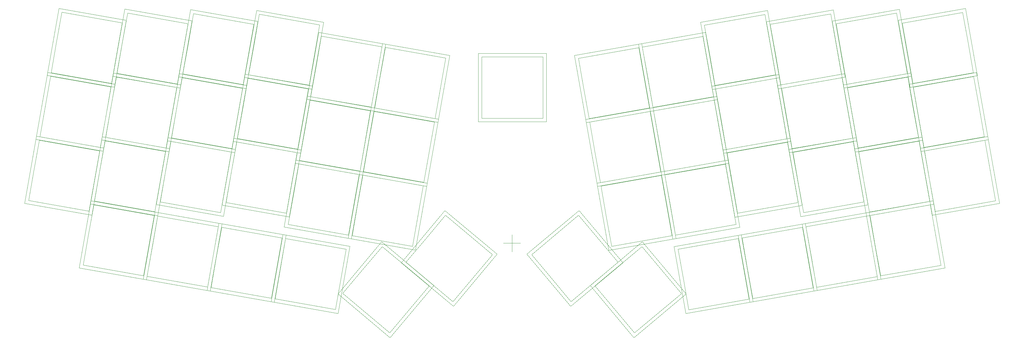
<source format=gbr>
G04 #@! TF.GenerationSoftware,KiCad,Pcbnew,(6.0.0-rc1-dev-1469-g932b9a334)*
G04 #@! TF.CreationDate,2019-09-07T17:34:57-07:00
G04 #@! TF.ProjectId,Laptreus-v2,4c617074-7265-4757-932d-76322e6b6963,rev?*
G04 #@! TF.SameCoordinates,Original*
G04 #@! TF.FileFunction,Other,ECO1*
%FSLAX46Y46*%
G04 Gerber Fmt 4.6, Leading zero omitted, Abs format (unit mm)*
G04 Created by KiCad (PCBNEW (6.0.0-rc1-dev-1469-g932b9a334)) date Saturday, September 07, 2019 at 05:34:57 PM*
%MOMM*%
%LPD*%
G04 APERTURE LIST*
%ADD10C,0.010000*%
%ADD11C,0.100000*%
G04 APERTURE END LIST*
D10*
X232999645Y-141995053D02*
X232999645Y-136995053D01*
X230499645Y-139495053D02*
X235499645Y-139495052D01*
D11*
G04 #@! TO.C,SW2*
X329614089Y-83927793D02*
X328051256Y-75064523D01*
X328051256Y-75064523D02*
X345777795Y-71938856D01*
X345777795Y-71938856D02*
X348903462Y-89665395D01*
X348903462Y-89665395D02*
X331176923Y-92791062D01*
X331176923Y-92791062D02*
X329614089Y-83927793D01*
X330365763Y-93949518D02*
X326892800Y-74253363D01*
X326892800Y-74253363D02*
X346588955Y-70780400D01*
X346588955Y-70780400D02*
X350061918Y-90476555D01*
X350061918Y-90476555D02*
X330365763Y-93949518D01*
G04 #@! TO.C,SW8*
X175492116Y-87556779D02*
X177054950Y-78693510D01*
X177054950Y-78693510D02*
X194781489Y-81819177D01*
X194781489Y-81819177D02*
X191655822Y-99545716D01*
X191655822Y-99545716D02*
X173929283Y-96420049D01*
X173929283Y-96420049D02*
X175492116Y-87556779D01*
X172770827Y-97231209D02*
X176243790Y-77535054D01*
X176243790Y-77535054D02*
X195939945Y-81008017D01*
X195939945Y-81008017D02*
X192466982Y-100704172D01*
X192466982Y-100704172D02*
X172770827Y-97231209D01*
G04 #@! TO.C,SW3*
X310302168Y-84109028D02*
X308739335Y-75245758D01*
X308739335Y-75245758D02*
X326465874Y-72120091D01*
X326465874Y-72120091D02*
X329591541Y-89846630D01*
X329591541Y-89846630D02*
X311865002Y-92972297D01*
X311865002Y-92972297D02*
X310302168Y-84109028D01*
X311053842Y-94130753D02*
X307580879Y-74434598D01*
X307580879Y-74434598D02*
X327277034Y-70961635D01*
X327277034Y-70961635D02*
X330749997Y-90657790D01*
X330749997Y-90657790D02*
X311053842Y-94130753D01*
G04 #@! TO.C,SW20*
X172184120Y-106317365D02*
X173746954Y-97454096D01*
X173746954Y-97454096D02*
X191473493Y-100579763D01*
X191473493Y-100579763D02*
X188347826Y-118306302D01*
X188347826Y-118306302D02*
X170621287Y-115180635D01*
X170621287Y-115180635D02*
X172184120Y-106317365D01*
X169462831Y-115991795D02*
X172935794Y-96295640D01*
X172935794Y-96295640D02*
X192631949Y-99768603D01*
X192631949Y-99768603D02*
X189158986Y-119464758D01*
X189158986Y-119464758D02*
X169462831Y-115991795D01*
G04 #@! TO.C,SW31*
X187636709Y-128385952D02*
X189199543Y-119522683D01*
X189199543Y-119522683D02*
X206926082Y-122648350D01*
X206926082Y-122648350D02*
X203800415Y-140374889D01*
X203800415Y-140374889D02*
X186073876Y-137249222D01*
X186073876Y-137249222D02*
X187636709Y-128385952D01*
X184915420Y-138060382D02*
X188388383Y-118364227D01*
X188388383Y-118364227D02*
X208084538Y-121837190D01*
X208084538Y-121837190D02*
X204611575Y-141533345D01*
X204611575Y-141533345D02*
X184915420Y-138060382D01*
G04 #@! TO.C,SW32*
X168876123Y-125077956D02*
X170438957Y-116214687D01*
X170438957Y-116214687D02*
X188165496Y-119340354D01*
X188165496Y-119340354D02*
X185039829Y-137066893D01*
X185039829Y-137066893D02*
X167313290Y-133941226D01*
X167313290Y-133941226D02*
X168876123Y-125077956D01*
X166154834Y-134752386D02*
X169627797Y-115056231D01*
X169627797Y-115056231D02*
X189323952Y-118529194D01*
X189323952Y-118529194D02*
X185850989Y-138225349D01*
X185850989Y-138225349D02*
X166154834Y-134752386D01*
G04 #@! TO.C,SW34*
X131354946Y-118461960D02*
X132917780Y-109598691D01*
X132917780Y-109598691D02*
X150644319Y-112724358D01*
X150644319Y-112724358D02*
X147518652Y-130450897D01*
X147518652Y-130450897D02*
X129792113Y-127325230D01*
X129792113Y-127325230D02*
X131354946Y-118461960D01*
X128633657Y-128136390D02*
X132106620Y-108440235D01*
X132106620Y-108440235D02*
X151802775Y-111913198D01*
X151802775Y-111913198D02*
X148329812Y-131609353D01*
X148329812Y-131609353D02*
X128633657Y-128136390D01*
G04 #@! TO.C,SW42*
X244509231Y-149743745D02*
X238724143Y-142849345D01*
X238724143Y-142849345D02*
X252512943Y-131279169D01*
X252512943Y-131279169D02*
X264083119Y-145067969D01*
X264083119Y-145067969D02*
X250294319Y-156638145D01*
X250294319Y-156638145D02*
X244509231Y-149743745D01*
X250171063Y-158046978D02*
X237315310Y-142726089D01*
X237315310Y-142726089D02*
X252636199Y-129870336D01*
X252636199Y-129870336D02*
X265491952Y-145191225D01*
X265491952Y-145191225D02*
X250171063Y-158046978D01*
G04 #@! TO.C,SW47*
X127495615Y-140349312D02*
X129058449Y-131486043D01*
X129058449Y-131486043D02*
X146784988Y-134611710D01*
X146784988Y-134611710D02*
X143659321Y-152338249D01*
X143659321Y-152338249D02*
X125932782Y-149212582D01*
X125932782Y-149212582D02*
X127495615Y-140349312D01*
X124774326Y-150023742D02*
X128247289Y-130327587D01*
X128247289Y-130327587D02*
X147943444Y-133800550D01*
X147943444Y-133800550D02*
X144470481Y-153496705D01*
X144470481Y-153496705D02*
X124774326Y-150023742D01*
G04 #@! TO.C,SW6*
X254020404Y-94033020D02*
X252457571Y-85169750D01*
X252457571Y-85169750D02*
X270184110Y-82044083D01*
X270184110Y-82044083D02*
X273309777Y-99770622D01*
X273309777Y-99770622D02*
X255583238Y-102896289D01*
X255583238Y-102896289D02*
X254020404Y-94033020D01*
X254772078Y-104054745D02*
X251299115Y-84358590D01*
X251299115Y-84358590D02*
X270995270Y-80885627D01*
X270995270Y-80885627D02*
X274468233Y-100581782D01*
X274468233Y-100581782D02*
X254772078Y-104054745D01*
G04 #@! TO.C,SW9*
X157282861Y-81122017D02*
X158845695Y-72258748D01*
X158845695Y-72258748D02*
X176572234Y-75384415D01*
X176572234Y-75384415D02*
X173446567Y-93110954D01*
X173446567Y-93110954D02*
X155720028Y-89985287D01*
X155720028Y-89985287D02*
X157282861Y-81122017D01*
X154561572Y-90796447D02*
X158034535Y-71100292D01*
X158034535Y-71100292D02*
X177730690Y-74573255D01*
X177730690Y-74573255D02*
X174257727Y-94269410D01*
X174257727Y-94269410D02*
X154561572Y-90796447D01*
G04 #@! TO.C,SW7*
X194252705Y-90864777D02*
X195815539Y-82001508D01*
X195815539Y-82001508D02*
X213542078Y-85127175D01*
X213542078Y-85127175D02*
X210416411Y-102853714D01*
X210416411Y-102853714D02*
X192689872Y-99728047D01*
X192689872Y-99728047D02*
X194252705Y-90864777D01*
X191531416Y-100539207D02*
X195004379Y-80843052D01*
X195004379Y-80843052D02*
X214700534Y-84316015D01*
X214700534Y-84316015D02*
X211227571Y-104012170D01*
X211227571Y-104012170D02*
X191531416Y-100539207D01*
G04 #@! TO.C,SW19*
X190944707Y-109625365D02*
X192507541Y-100762096D01*
X192507541Y-100762096D02*
X210234080Y-103887763D01*
X210234080Y-103887763D02*
X207108413Y-121614302D01*
X207108413Y-121614302D02*
X189381874Y-118488635D01*
X189381874Y-118488635D02*
X190944707Y-109625365D01*
X188223418Y-119299795D02*
X191696381Y-99603640D01*
X191696381Y-99603640D02*
X211392536Y-103076603D01*
X211392536Y-103076603D02*
X207919573Y-122772758D01*
X207919573Y-122772758D02*
X188223418Y-119299795D01*
G04 #@! TO.C,SW12*
X99336375Y-80532220D02*
X100899209Y-71668951D01*
X100899209Y-71668951D02*
X118625748Y-74794618D01*
X118625748Y-74794618D02*
X115500081Y-92521157D01*
X115500081Y-92521157D02*
X97773542Y-89395490D01*
X97773542Y-89395490D02*
X99336375Y-80532220D01*
X96615086Y-90206650D02*
X100088049Y-70510495D01*
X100088049Y-70510495D02*
X119784204Y-73983458D01*
X119784204Y-73983458D02*
X116311241Y-93679613D01*
X116311241Y-93679613D02*
X96615086Y-90206650D01*
G04 #@! TO.C,SW5*
X272780993Y-90725021D02*
X271218160Y-81861751D01*
X271218160Y-81861751D02*
X288944699Y-78736084D01*
X288944699Y-78736084D02*
X292070366Y-96462623D01*
X292070366Y-96462623D02*
X274343827Y-99588290D01*
X274343827Y-99588290D02*
X272780993Y-90725021D01*
X273532667Y-100746746D02*
X270059704Y-81050591D01*
X270059704Y-81050591D02*
X289755859Y-77577628D01*
X289755859Y-77577628D02*
X293228822Y-97273783D01*
X293228822Y-97273783D02*
X273532667Y-100746746D01*
G04 #@! TO.C,SW10*
X137970942Y-80940783D02*
X139533776Y-72077514D01*
X139533776Y-72077514D02*
X157260315Y-75203181D01*
X157260315Y-75203181D02*
X154134648Y-92929720D01*
X154134648Y-92929720D02*
X136408109Y-89804053D01*
X136408109Y-89804053D02*
X137970942Y-80940783D01*
X135249653Y-90615213D02*
X138722616Y-70919058D01*
X138722616Y-70919058D02*
X158418771Y-74392021D01*
X158418771Y-74392021D02*
X154945808Y-94088176D01*
X154945808Y-94088176D02*
X135249653Y-90615213D01*
G04 #@! TO.C,SW13*
X369960547Y-99381480D02*
X371523380Y-108244750D01*
X371523380Y-108244750D02*
X353796841Y-111370417D01*
X353796841Y-111370417D02*
X350671174Y-93643878D01*
X350671174Y-93643878D02*
X368397713Y-90518211D01*
X368397713Y-90518211D02*
X369960547Y-99381480D01*
X369208873Y-89359755D02*
X372681836Y-109055910D01*
X372681836Y-109055910D02*
X352985681Y-112528873D01*
X352985681Y-112528873D02*
X349512718Y-92832718D01*
X349512718Y-92832718D02*
X369208873Y-89359755D01*
G04 #@! TO.C,SW16*
X294298245Y-103050847D02*
X292735412Y-94187577D01*
X292735412Y-94187577D02*
X310461951Y-91061910D01*
X310461951Y-91061910D02*
X313587618Y-108788449D01*
X313587618Y-108788449D02*
X295861079Y-111914116D01*
X295861079Y-111914116D02*
X294298245Y-103050847D01*
X295049919Y-113072572D02*
X291576956Y-93376417D01*
X291576956Y-93376417D02*
X311273111Y-89903454D01*
X311273111Y-89903454D02*
X314746074Y-109599609D01*
X314746074Y-109599609D02*
X295049919Y-113072572D01*
G04 #@! TO.C,SW17*
X276088989Y-109485609D02*
X274526156Y-100622339D01*
X274526156Y-100622339D02*
X292252695Y-97496672D01*
X292252695Y-97496672D02*
X295378362Y-115223211D01*
X295378362Y-115223211D02*
X277651823Y-118348878D01*
X277651823Y-118348878D02*
X276088989Y-109485609D01*
X276840663Y-119507334D02*
X273367700Y-99811179D01*
X273367700Y-99811179D02*
X293063855Y-96338216D01*
X293063855Y-96338216D02*
X296536818Y-116034371D01*
X296536818Y-116034371D02*
X276840663Y-119507334D01*
G04 #@! TO.C,SW21*
X153974864Y-99882604D02*
X155537698Y-91019335D01*
X155537698Y-91019335D02*
X173264237Y-94145002D01*
X173264237Y-94145002D02*
X170138570Y-111871541D01*
X170138570Y-111871541D02*
X152412031Y-108745874D01*
X152412031Y-108745874D02*
X153974864Y-99882604D01*
X151253575Y-109557034D02*
X154726538Y-89860879D01*
X154726538Y-89860879D02*
X174422693Y-93333842D01*
X174422693Y-93333842D02*
X170949730Y-113029997D01*
X170949730Y-113029997D02*
X151253575Y-109557034D01*
G04 #@! TO.C,SW18*
X257328402Y-112793609D02*
X255765569Y-103930339D01*
X255765569Y-103930339D02*
X273492108Y-100804672D01*
X273492108Y-100804672D02*
X276617775Y-118531211D01*
X276617775Y-118531211D02*
X258891236Y-121656878D01*
X258891236Y-121656878D02*
X257328402Y-112793609D01*
X258080076Y-122815334D02*
X254607113Y-103119179D01*
X254607113Y-103119179D02*
X274303268Y-99646216D01*
X274303268Y-99646216D02*
X277776231Y-119342371D01*
X277776231Y-119342371D02*
X258080076Y-122815334D01*
G04 #@! TO.C,SW22*
X134662946Y-99701369D02*
X136225780Y-90838100D01*
X136225780Y-90838100D02*
X153952319Y-93963767D01*
X153952319Y-93963767D02*
X150826652Y-111690306D01*
X150826652Y-111690306D02*
X133100113Y-108564639D01*
X133100113Y-108564639D02*
X134662946Y-99701369D01*
X131941657Y-109375799D02*
X135414620Y-89679644D01*
X135414620Y-89679644D02*
X155110775Y-93152607D01*
X155110775Y-93152607D02*
X151637812Y-112848762D01*
X151637812Y-112848762D02*
X131941657Y-109375799D01*
G04 #@! TO.C,SW29*
X279396989Y-128246197D02*
X277834156Y-119382927D01*
X277834156Y-119382927D02*
X295560695Y-116257260D01*
X295560695Y-116257260D02*
X298686362Y-133983799D01*
X298686362Y-133983799D02*
X280959823Y-137109466D01*
X280959823Y-137109466D02*
X279396989Y-128246197D01*
X280148663Y-138267922D02*
X276675700Y-118571767D01*
X276675700Y-118571767D02*
X296371855Y-115098804D01*
X296371855Y-115098804D02*
X299844818Y-134794959D01*
X299844818Y-134794959D02*
X280148663Y-138267922D01*
G04 #@! TO.C,SW33*
X150666865Y-118643193D02*
X152229699Y-109779924D01*
X152229699Y-109779924D02*
X169956238Y-112905591D01*
X169956238Y-112905591D02*
X166830571Y-130632130D01*
X166830571Y-130632130D02*
X149104032Y-127506463D01*
X149104032Y-127506463D02*
X150666865Y-118643193D01*
X147945576Y-128317623D02*
X151418539Y-108621468D01*
X151418539Y-108621468D02*
X171114694Y-112094431D01*
X171114694Y-112094431D02*
X167641731Y-131790586D01*
X167641731Y-131790586D02*
X147945576Y-128317623D01*
G04 #@! TO.C,SW37*
X339538081Y-140209557D02*
X337975248Y-131346287D01*
X337975248Y-131346287D02*
X355701787Y-128220620D01*
X355701787Y-128220620D02*
X358827454Y-145947159D01*
X358827454Y-145947159D02*
X341100915Y-149072826D01*
X341100915Y-149072826D02*
X339538081Y-140209557D01*
X340289755Y-150231282D02*
X336816792Y-130535127D01*
X336816792Y-130535127D02*
X356512947Y-127062164D01*
X356512947Y-127062164D02*
X359985910Y-146758319D01*
X359985910Y-146758319D02*
X340289755Y-150231282D01*
G04 #@! TO.C,SW39*
X302016908Y-146825551D02*
X300454075Y-137962281D01*
X300454075Y-137962281D02*
X318180614Y-134836614D01*
X318180614Y-134836614D02*
X321306281Y-152563153D01*
X321306281Y-152563153D02*
X303579742Y-155688820D01*
X303579742Y-155688820D02*
X302016908Y-146825551D01*
X302768582Y-156847276D02*
X299295619Y-137151121D01*
X299295619Y-137151121D02*
X318991774Y-133678158D01*
X318991774Y-133678158D02*
X322464737Y-153374313D01*
X322464737Y-153374313D02*
X302768582Y-156847276D01*
G04 #@! TO.C,SW46*
X146256204Y-143657309D02*
X147819038Y-134794040D01*
X147819038Y-134794040D02*
X165545577Y-137919707D01*
X165545577Y-137919707D02*
X162419910Y-155646246D01*
X162419910Y-155646246D02*
X144693371Y-152520579D01*
X144693371Y-152520579D02*
X146256204Y-143657309D01*
X143534915Y-153331739D02*
X147007878Y-133635584D01*
X147007878Y-133635584D02*
X166704033Y-137108547D01*
X166704033Y-137108547D02*
X163231070Y-156804702D01*
X163231070Y-156804702D02*
X143534915Y-153331739D01*
G04 #@! TO.C,SW41*
X263105467Y-158918951D02*
X257320379Y-152024551D01*
X257320379Y-152024551D02*
X271109179Y-140454375D01*
X271109179Y-140454375D02*
X282679355Y-154243175D01*
X282679355Y-154243175D02*
X268890555Y-165813351D01*
X268890555Y-165813351D02*
X263105467Y-158918951D01*
X268767299Y-167222184D02*
X255911546Y-151901295D01*
X255911546Y-151901295D02*
X271232435Y-139045542D01*
X271232435Y-139045542D02*
X284088188Y-154366431D01*
X284088188Y-154366431D02*
X268767299Y-167222184D01*
G04 #@! TO.C,SW26*
X336230084Y-121448969D02*
X334667251Y-112585699D01*
X334667251Y-112585699D02*
X352393790Y-109460032D01*
X352393790Y-109460032D02*
X355519457Y-127186571D01*
X355519457Y-127186571D02*
X337792918Y-130312238D01*
X337792918Y-130312238D02*
X336230084Y-121448969D01*
X336981758Y-131470694D02*
X333508795Y-111774539D01*
X333508795Y-111774539D02*
X353204950Y-108301576D01*
X353204950Y-108301576D02*
X356677913Y-127997731D01*
X356677913Y-127997731D02*
X336981758Y-131470694D01*
G04 #@! TO.C,SW27*
X316918164Y-121630201D02*
X315355331Y-112766931D01*
X315355331Y-112766931D02*
X333081870Y-109641264D01*
X333081870Y-109641264D02*
X336207537Y-127367803D01*
X336207537Y-127367803D02*
X318480998Y-130493470D01*
X318480998Y-130493470D02*
X316918164Y-121630201D01*
X317669838Y-131651926D02*
X314196875Y-111955771D01*
X314196875Y-111955771D02*
X333893030Y-108482808D01*
X333893030Y-108482808D02*
X337365993Y-128178963D01*
X337365993Y-128178963D02*
X317669838Y-131651926D01*
G04 #@! TO.C,SW28*
X297606244Y-121811434D02*
X296043411Y-112948164D01*
X296043411Y-112948164D02*
X313769950Y-109822497D01*
X313769950Y-109822497D02*
X316895617Y-127549036D01*
X316895617Y-127549036D02*
X299169078Y-130674703D01*
X299169078Y-130674703D02*
X297606244Y-121811434D01*
X298357918Y-131833159D02*
X294884955Y-112137004D01*
X294884955Y-112137004D02*
X314581110Y-108664041D01*
X314581110Y-108664041D02*
X318054073Y-128360196D01*
X318054073Y-128360196D02*
X298357918Y-131833159D01*
G04 #@! TO.C,SW30*
X260636399Y-131554194D02*
X259073566Y-122690924D01*
X259073566Y-122690924D02*
X276800105Y-119565257D01*
X276800105Y-119565257D02*
X279925772Y-137291796D01*
X279925772Y-137291796D02*
X262199233Y-140417463D01*
X262199233Y-140417463D02*
X260636399Y-131554194D01*
X261388073Y-141575919D02*
X257915110Y-121879764D01*
X257915110Y-121879764D02*
X277611265Y-118406801D01*
X277611265Y-118406801D02*
X281084228Y-138102956D01*
X281084228Y-138102956D02*
X261388073Y-141575919D01*
G04 #@! TO.C,SW38*
X320777495Y-143517554D02*
X319214662Y-134654284D01*
X319214662Y-134654284D02*
X336941201Y-131528617D01*
X336941201Y-131528617D02*
X340066868Y-149255156D01*
X340066868Y-149255156D02*
X322340329Y-152380823D01*
X322340329Y-152380823D02*
X320777495Y-143517554D01*
X321529169Y-153539279D02*
X318056206Y-133843124D01*
X318056206Y-133843124D02*
X337752361Y-130370161D01*
X337752361Y-130370161D02*
X341225324Y-150066316D01*
X341225324Y-150066316D02*
X321529169Y-153539279D01*
G04 #@! TO.C,SW45*
X165016789Y-146965308D02*
X166579623Y-138102039D01*
X166579623Y-138102039D02*
X184306162Y-141227706D01*
X184306162Y-141227706D02*
X181180495Y-158954245D01*
X181180495Y-158954245D02*
X163453956Y-155828578D01*
X163453956Y-155828578D02*
X165016789Y-146965308D01*
X162295500Y-156639738D02*
X165768463Y-136943583D01*
X165768463Y-136943583D02*
X185464618Y-140416546D01*
X185464618Y-140416546D02*
X181991655Y-160112701D01*
X181991655Y-160112701D02*
X162295500Y-156639738D01*
G04 #@! TO.C,SW43*
X207649360Y-138172910D02*
X213434448Y-131278510D01*
X213434448Y-131278510D02*
X227223248Y-142848686D01*
X227223248Y-142848686D02*
X215653072Y-156637486D01*
X215653072Y-156637486D02*
X201864272Y-145067310D01*
X201864272Y-145067310D02*
X207649360Y-138172910D01*
X200455439Y-145190566D02*
X213311192Y-129869677D01*
X213311192Y-129869677D02*
X228632081Y-142725430D01*
X228632081Y-142725430D02*
X215776328Y-158046319D01*
X215776328Y-158046319D02*
X200455439Y-145190566D01*
G04 #@! TO.C,SW35*
X112043027Y-118280727D02*
X113605861Y-109417458D01*
X113605861Y-109417458D02*
X131332400Y-112543125D01*
X131332400Y-112543125D02*
X128206733Y-130269664D01*
X128206733Y-130269664D02*
X110480194Y-127143997D01*
X110480194Y-127143997D02*
X112043027Y-118280727D01*
X109321738Y-127955157D02*
X112794701Y-108259002D01*
X112794701Y-108259002D02*
X132490856Y-111731965D01*
X132490856Y-111731965D02*
X129017893Y-131428120D01*
X129017893Y-131428120D02*
X109321738Y-127955157D01*
G04 #@! TO.C,SW48*
X108735027Y-137041313D02*
X110297861Y-128178044D01*
X110297861Y-128178044D02*
X128024400Y-131303711D01*
X128024400Y-131303711D02*
X124898733Y-149030250D01*
X124898733Y-149030250D02*
X107172194Y-145904583D01*
X107172194Y-145904583D02*
X108735027Y-137041313D01*
X106013738Y-146715743D02*
X109486701Y-127019588D01*
X109486701Y-127019588D02*
X129182856Y-130492551D01*
X129182856Y-130492551D02*
X125709893Y-150188706D01*
X125709893Y-150188706D02*
X106013738Y-146715743D01*
G04 #@! TO.C,SW11*
X118659021Y-80759552D02*
X120221855Y-71896283D01*
X120221855Y-71896283D02*
X137948394Y-75021950D01*
X137948394Y-75021950D02*
X134822727Y-92748489D01*
X134822727Y-92748489D02*
X117096188Y-89622822D01*
X117096188Y-89622822D02*
X118659021Y-80759552D01*
X115937732Y-90433982D02*
X119410695Y-70737827D01*
X119410695Y-70737827D02*
X139106850Y-74210790D01*
X139106850Y-74210790D02*
X135633887Y-93906945D01*
X135633887Y-93906945D02*
X115937732Y-90433982D01*
G04 #@! TO.C,SW4*
X290990246Y-84290259D02*
X289427413Y-75426989D01*
X289427413Y-75426989D02*
X307153952Y-72301322D01*
X307153952Y-72301322D02*
X310279619Y-90027861D01*
X310279619Y-90027861D02*
X292553080Y-93153528D01*
X292553080Y-93153528D02*
X290990246Y-84290259D01*
X291741920Y-94311984D02*
X288268957Y-74615829D01*
X288268957Y-74615829D02*
X307965112Y-71142866D01*
X307965112Y-71142866D02*
X311438075Y-90839021D01*
X311438075Y-90839021D02*
X291741920Y-94311984D01*
G04 #@! TO.C,SW15*
X313610166Y-102869612D02*
X312047333Y-94006342D01*
X312047333Y-94006342D02*
X329773872Y-90880675D01*
X329773872Y-90880675D02*
X332899539Y-108607214D01*
X332899539Y-108607214D02*
X315173000Y-111732881D01*
X315173000Y-111732881D02*
X313610166Y-102869612D01*
X314361840Y-112891337D02*
X310888877Y-93195182D01*
X310888877Y-93195182D02*
X330585032Y-89722219D01*
X330585032Y-89722219D02*
X334057995Y-109418374D01*
X334057995Y-109418374D02*
X314361840Y-112891337D01*
G04 #@! TO.C,SW40*
X283256320Y-150133549D02*
X281693487Y-141270279D01*
X281693487Y-141270279D02*
X299420026Y-138144612D01*
X299420026Y-138144612D02*
X302545693Y-155871151D01*
X302545693Y-155871151D02*
X284819154Y-158996818D01*
X284819154Y-158996818D02*
X283256320Y-150133549D01*
X284007994Y-160155274D02*
X280535031Y-140459119D01*
X280535031Y-140459119D02*
X300231186Y-136986156D01*
X300231186Y-136986156D02*
X303704149Y-156682311D01*
X303704149Y-156682311D02*
X284007994Y-160155274D01*
G04 #@! TO.C,SW44*
X189105460Y-147346757D02*
X194890548Y-140452357D01*
X194890548Y-140452357D02*
X208679348Y-152022533D01*
X208679348Y-152022533D02*
X197109172Y-165811333D01*
X197109172Y-165811333D02*
X183320372Y-154241157D01*
X183320372Y-154241157D02*
X189105460Y-147346757D01*
X181911539Y-154364413D02*
X194767292Y-139043524D01*
X194767292Y-139043524D02*
X210088181Y-151899277D01*
X210088181Y-151899277D02*
X197232428Y-167220166D01*
X197232428Y-167220166D02*
X181911539Y-154364413D01*
G04 #@! TO.C,SW1*
X366752547Y-80570893D02*
X368315380Y-89434163D01*
X368315380Y-89434163D02*
X350588841Y-92559830D01*
X350588841Y-92559830D02*
X347463174Y-74833291D01*
X347463174Y-74833291D02*
X365189713Y-71707624D01*
X365189713Y-71707624D02*
X366752547Y-80570893D01*
X366000873Y-70549168D02*
X369473836Y-90245323D01*
X369473836Y-90245323D02*
X349777681Y-93718286D01*
X349777681Y-93718286D02*
X346304718Y-74022131D01*
X346304718Y-74022131D02*
X366000873Y-70549168D01*
G04 #@! TO.C,SW_RESET2*
X224099645Y-93795051D02*
X224099645Y-84795051D01*
X224099645Y-84795051D02*
X242099645Y-84795051D01*
X242099645Y-84795051D02*
X242099645Y-102795051D01*
X242099645Y-102795051D02*
X224099645Y-102795051D01*
X224099645Y-102795051D02*
X224099645Y-93795051D01*
X223099645Y-103795051D02*
X223099645Y-83795051D01*
X223099645Y-83795051D02*
X243099645Y-83795051D01*
X243099645Y-83795051D02*
X243099645Y-103795051D01*
X243099645Y-103795051D02*
X223099645Y-103795051D01*
G04 #@! TO.C,SW25*
X375989837Y-127816498D02*
X356293682Y-131289461D01*
X372516874Y-108120343D02*
X375989837Y-127816498D01*
X352820719Y-111593306D02*
X372516874Y-108120343D01*
X356293682Y-131289461D02*
X352820719Y-111593306D01*
X357104842Y-130131005D02*
X355542008Y-121267736D01*
X374831381Y-127005338D02*
X357104842Y-130131005D01*
X371705714Y-109278799D02*
X374831381Y-127005338D01*
X353979175Y-112404466D02*
X371705714Y-109278799D01*
X355542008Y-121267736D02*
X353979175Y-112404466D01*
G04 #@! TO.C,SW14*
X330200796Y-93013950D02*
X349896951Y-89540987D01*
X333673759Y-112710105D02*
X330200796Y-93013950D01*
X353369914Y-109237142D02*
X333673759Y-112710105D01*
X349896951Y-89540987D02*
X353369914Y-109237142D01*
X349085791Y-90699443D02*
X350648625Y-99562712D01*
X331359252Y-93825110D02*
X349085791Y-90699443D01*
X334484919Y-111551649D02*
X331359252Y-93825110D01*
X352211458Y-108425982D02*
X334484919Y-111551649D01*
X350648625Y-99562712D02*
X352211458Y-108425982D01*
G04 #@! TO.C,SW23*
X132325890Y-112667532D02*
X112629735Y-109194569D01*
X135798853Y-92971377D02*
X132325890Y-112667532D01*
X116102698Y-89498414D02*
X135798853Y-92971377D01*
X112629735Y-109194569D02*
X116102698Y-89498414D01*
X113788191Y-108383409D02*
X115351024Y-99520139D01*
X131514730Y-111509076D02*
X113788191Y-108383409D01*
X134640397Y-93782537D02*
X131514730Y-111509076D01*
X116913858Y-90656870D02*
X134640397Y-93782537D01*
X115351024Y-99520139D02*
X116913858Y-90656870D01*
G04 #@! TO.C,SW24*
X96790775Y-89317180D02*
X116486930Y-92790143D01*
X93317812Y-109013335D02*
X96790775Y-89317180D01*
X113013967Y-112486298D02*
X93317812Y-109013335D01*
X116486930Y-92790143D02*
X113013967Y-112486298D01*
X115328474Y-93601303D02*
X113765641Y-102464573D01*
X97601935Y-90475636D02*
X115328474Y-93601303D01*
X94476268Y-108202175D02*
X97601935Y-90475636D01*
X112202807Y-111327842D02*
X94476268Y-108202175D01*
X113765641Y-102464573D02*
X112202807Y-111327842D01*
G04 #@! TO.C,SW36*
X109705972Y-131246887D02*
X90009817Y-127773924D01*
X113178935Y-111550732D02*
X109705972Y-131246887D01*
X93482780Y-108077769D02*
X113178935Y-111550732D01*
X90009817Y-127773924D02*
X93482780Y-108077769D01*
X91168273Y-126962764D02*
X92731106Y-118099494D01*
X108894812Y-130088431D02*
X91168273Y-126962764D01*
X112020479Y-112361892D02*
X108894812Y-130088431D01*
X94293940Y-109236225D02*
X112020479Y-112361892D01*
X92731106Y-118099494D02*
X94293940Y-109236225D01*
G04 #@! TD*
M02*

</source>
